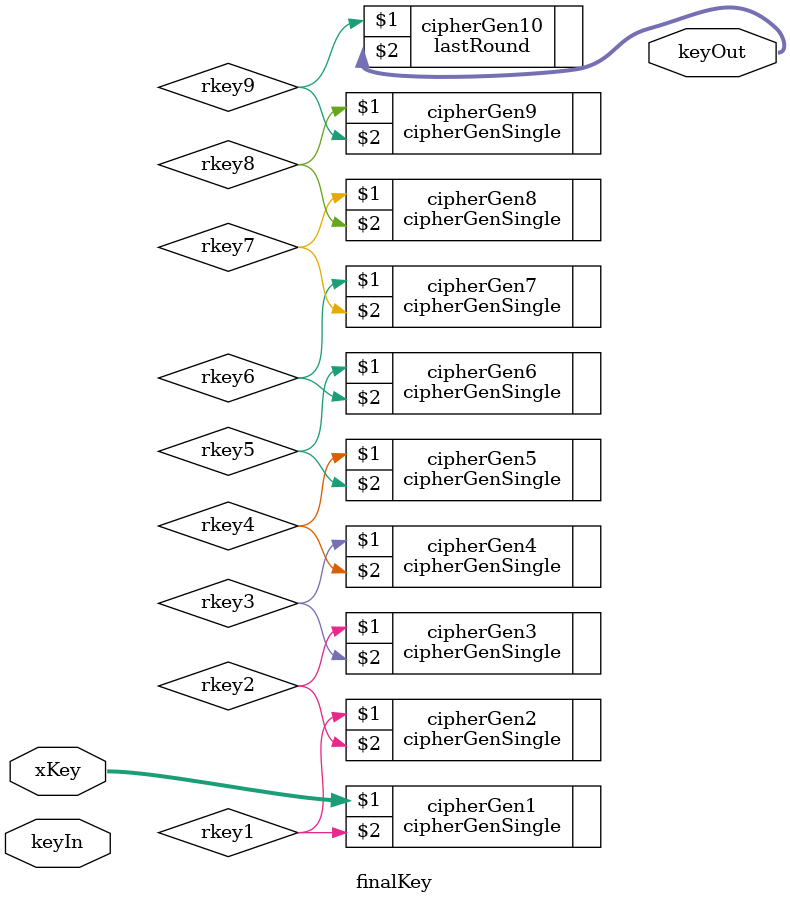
<source format=v>
`timescale 1ns / 1ps
module finalKey(
	input[127:0] keyIn,
	input[127:0] xKey,
	output[127:0] keyOut
    );
wire[127:0] rKey1;
wire[127:0] rKey2;
wire[127:0] rKey3;
wire[127:0] rKey4;
wire[127:0] rKey5;
wire[127:0] rKey6;
wire[127:0] rKey7;
wire[127:0] rKey8;
wire[127:0] rKey9;
wire[127:0] rKey10;

tenRoundKey keyGen(keyIn,rKey1,rKey2,rKey3,rKey4,rKey5,rKey6,rKey7,rKey8,rKey9,rKey10);
cipherGenSingle cipherGen1(xKey,rkey1);
cipherGenSingle cipherGen2(rkey1,rkey2);
cipherGenSingle cipherGen3(rkey2,rkey3);
cipherGenSingle cipherGen4(rkey3,rkey4);
cipherGenSingle cipherGen5(rkey4,rkey5);
cipherGenSingle cipherGen6(rkey5,rkey6);
cipherGenSingle cipherGen7(rkey6,rkey7);
cipherGenSingle cipherGen8(rkey7,rkey8);
cipherGenSingle cipherGen9(rkey8,rkey9);
lastRound cipherGen10(rkey9,keyOut);

endmodule

</source>
